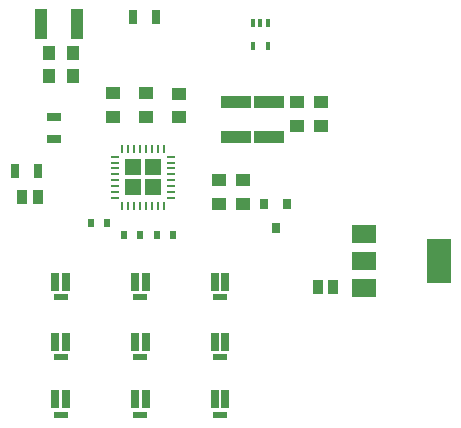
<source format=gtp>
%TF.GenerationSoftware,KiCad,Pcbnew,(5.1.4)-1*%
%TF.CreationDate,2019-08-25T21:13:44+02:00*%
%TF.ProjectId,ToF_illumination_icHaus_LED,546f465f-696c-46c7-956d-696e6174696f,1*%
%TF.SameCoordinates,Original*%
%TF.FileFunction,Paste,Top*%
%TF.FilePolarity,Positive*%
%FSLAX46Y46*%
G04 Gerber Fmt 4.6, Leading zero omitted, Abs format (unit mm)*
G04 Created by KiCad (PCBNEW (5.1.4)-1) date 2019-08-25 21:13:44*
%MOMM*%
%LPD*%
G04 APERTURE LIST*
%ADD10R,1.380000X1.380000*%
%ADD11R,0.250000X0.700000*%
%ADD12R,0.700000X0.250000*%
%ADD13R,1.250000X1.000000*%
%ADD14R,2.500000X1.000000*%
%ADD15R,1.000000X2.500000*%
%ADD16R,0.600000X0.700000*%
%ADD17R,0.700000X1.300000*%
%ADD18R,1.000000X1.250000*%
%ADD19R,1.300000X0.700000*%
%ADD20R,0.400000X0.650000*%
%ADD21R,0.800000X0.900000*%
%ADD22R,0.970000X1.270000*%
%ADD23R,2.000000X3.800000*%
%ADD24R,2.000000X1.500000*%
%ADD25R,0.650000X1.500000*%
%ADD26R,1.200000X0.500000*%
G04 APERTURE END LIST*
D10*
X102800000Y-96800000D03*
X102800000Y-95075000D03*
X101075000Y-96800000D03*
X101075000Y-95075000D03*
D11*
X103687500Y-98337500D03*
X103187500Y-98337500D03*
X102687500Y-98337500D03*
X102187500Y-98337500D03*
X101687500Y-98337500D03*
X101187500Y-98337500D03*
X100687500Y-98337500D03*
X100187500Y-98337500D03*
D12*
X99537500Y-97687500D03*
X99537500Y-97187500D03*
X99537500Y-96687500D03*
X99537500Y-96187500D03*
X99537500Y-95687500D03*
X99537500Y-95187500D03*
X99537500Y-94687500D03*
X99537500Y-94187500D03*
D11*
X100187500Y-93537500D03*
X100687500Y-93537500D03*
X101187500Y-93537500D03*
X101687500Y-93537500D03*
X102187500Y-93537500D03*
X102687500Y-93537500D03*
X103187500Y-93537500D03*
X103687500Y-93537500D03*
D12*
X104337500Y-94187500D03*
X104337500Y-94687500D03*
X104337500Y-95187500D03*
X104337500Y-95687500D03*
X104337500Y-96187500D03*
X104337500Y-96687500D03*
X104337500Y-97187500D03*
X104337500Y-97687500D03*
D13*
X99400000Y-88800000D03*
X99400000Y-90800000D03*
X102200000Y-88800000D03*
X102200000Y-90800000D03*
X105000000Y-88850000D03*
X105000000Y-90850000D03*
D14*
X112600000Y-89525000D03*
X112600000Y-92525000D03*
X109800000Y-89525000D03*
X109800000Y-92525000D03*
D15*
X96325000Y-83000000D03*
X93325000Y-83000000D03*
D16*
X97500000Y-99800000D03*
X98900000Y-99800000D03*
X100300000Y-100800000D03*
X101700000Y-100800000D03*
X104500000Y-100800000D03*
X103100000Y-100800000D03*
D17*
X103000000Y-82400000D03*
X101100000Y-82400000D03*
D18*
X96000000Y-85400000D03*
X94000000Y-85400000D03*
X94000000Y-87400000D03*
X96000000Y-87400000D03*
D13*
X108400000Y-96200000D03*
X108400000Y-98200000D03*
X110400000Y-96200000D03*
X110400000Y-98200000D03*
X115000000Y-89600000D03*
X115000000Y-91600000D03*
X117000000Y-91600000D03*
X117000000Y-89600000D03*
D19*
X94400000Y-90800000D03*
X94400000Y-92700000D03*
D17*
X91100000Y-95400000D03*
X93000000Y-95400000D03*
D20*
X112500000Y-84800000D03*
X111200000Y-84800000D03*
X111850000Y-82900000D03*
X111200000Y-82900000D03*
X112500000Y-82900000D03*
D21*
X113150000Y-100200000D03*
X112200000Y-98200000D03*
X114100000Y-98200000D03*
D22*
X116720000Y-105200000D03*
X118000000Y-105200000D03*
X93000000Y-97600000D03*
X91720000Y-97600000D03*
D23*
X126950000Y-103000000D03*
D24*
X120650000Y-103000000D03*
X120650000Y-105300000D03*
X120650000Y-100700000D03*
D25*
X108900000Y-104800000D03*
X108000000Y-104800000D03*
D26*
X108450000Y-106100000D03*
X108450000Y-111150000D03*
D25*
X108000000Y-109850000D03*
X108900000Y-109850000D03*
D26*
X108450000Y-116050000D03*
D25*
X108000000Y-114750000D03*
X108900000Y-114750000D03*
X102150000Y-104800000D03*
X101250000Y-104800000D03*
D26*
X101700000Y-106100000D03*
X101700000Y-111150000D03*
D25*
X101250000Y-109850000D03*
X102150000Y-109850000D03*
D26*
X101700000Y-116050000D03*
D25*
X101250000Y-114750000D03*
X102150000Y-114750000D03*
D26*
X94950000Y-106100000D03*
D25*
X94500000Y-104800000D03*
X95400000Y-104800000D03*
X95400000Y-109850000D03*
X94500000Y-109850000D03*
D26*
X94950000Y-111150000D03*
D25*
X95400000Y-114750000D03*
X94500000Y-114750000D03*
D26*
X94950000Y-116050000D03*
M02*

</source>
